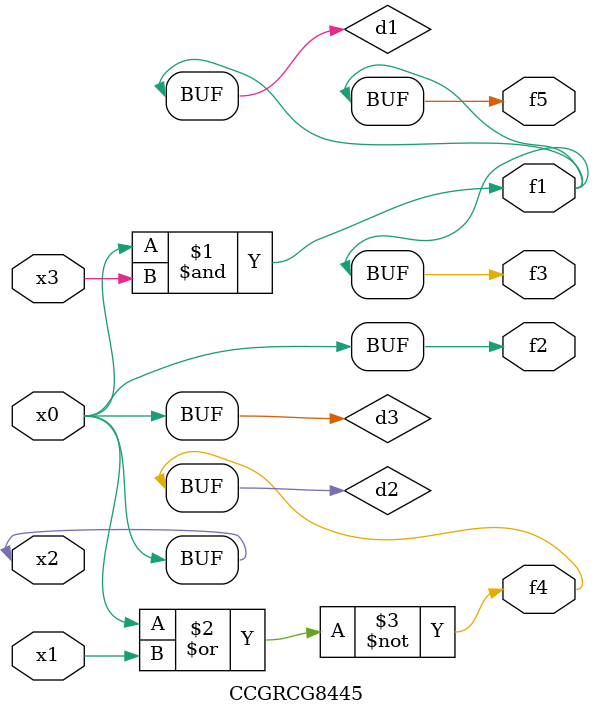
<source format=v>
module CCGRCG8445(
	input x0, x1, x2, x3,
	output f1, f2, f3, f4, f5
);

	wire d1, d2, d3;

	and (d1, x2, x3);
	nor (d2, x0, x1);
	buf (d3, x0, x2);
	assign f1 = d1;
	assign f2 = d3;
	assign f3 = d1;
	assign f4 = d2;
	assign f5 = d1;
endmodule

</source>
